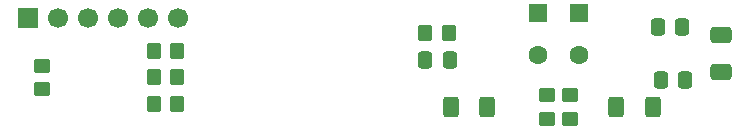
<source format=gbr>
%TF.GenerationSoftware,KiCad,Pcbnew,9.0.3*%
%TF.CreationDate,2026-02-01T21:50:05+01:00*%
%TF.ProjectId,arduinoController,61726475-696e-46f4-936f-6e74726f6c6c,rev?*%
%TF.SameCoordinates,Original*%
%TF.FileFunction,Soldermask,Bot*%
%TF.FilePolarity,Negative*%
%FSLAX46Y46*%
G04 Gerber Fmt 4.6, Leading zero omitted, Abs format (unit mm)*
G04 Created by KiCad (PCBNEW 9.0.3) date 2026-02-01 21:50:05*
%MOMM*%
%LPD*%
G01*
G04 APERTURE LIST*
G04 Aperture macros list*
%AMRoundRect*
0 Rectangle with rounded corners*
0 $1 Rounding radius*
0 $2 $3 $4 $5 $6 $7 $8 $9 X,Y pos of 4 corners*
0 Add a 4 corners polygon primitive as box body*
4,1,4,$2,$3,$4,$5,$6,$7,$8,$9,$2,$3,0*
0 Add four circle primitives for the rounded corners*
1,1,$1+$1,$2,$3*
1,1,$1+$1,$4,$5*
1,1,$1+$1,$6,$7*
1,1,$1+$1,$8,$9*
0 Add four rect primitives between the rounded corners*
20,1,$1+$1,$2,$3,$4,$5,0*
20,1,$1+$1,$4,$5,$6,$7,0*
20,1,$1+$1,$6,$7,$8,$9,0*
20,1,$1+$1,$8,$9,$2,$3,0*%
G04 Aperture macros list end*
%ADD10RoundRect,0.250000X-0.550000X0.550000X-0.550000X-0.550000X0.550000X-0.550000X0.550000X0.550000X0*%
%ADD11C,1.600000*%
%ADD12R,1.700000X1.700000*%
%ADD13C,1.700000*%
%ADD14RoundRect,0.250000X-0.350000X-0.450000X0.350000X-0.450000X0.350000X0.450000X-0.350000X0.450000X0*%
%ADD15RoundRect,0.250000X-0.450000X0.350000X-0.450000X-0.350000X0.450000X-0.350000X0.450000X0.350000X0*%
%ADD16RoundRect,0.250000X-0.337500X-0.475000X0.337500X-0.475000X0.337500X0.475000X-0.337500X0.475000X0*%
%ADD17RoundRect,0.250000X0.450000X-0.350000X0.450000X0.350000X-0.450000X0.350000X-0.450000X-0.350000X0*%
%ADD18RoundRect,0.250000X-0.400000X-0.625000X0.400000X-0.625000X0.400000X0.625000X-0.400000X0.625000X0*%
%ADD19RoundRect,0.250000X-0.650000X0.412500X-0.650000X-0.412500X0.650000X-0.412500X0.650000X0.412500X0*%
G04 APERTURE END LIST*
D10*
%TO.C,J5*%
X190750000Y-81250000D03*
D11*
X190750000Y-84850000D03*
%TD*%
D12*
%TO.C,J7*%
X144090000Y-81750000D03*
D13*
X146630000Y-81750000D03*
X149170000Y-81750000D03*
X151710000Y-81750000D03*
X154250000Y-81750000D03*
X156790000Y-81750000D03*
%TD*%
D10*
%TO.C,J6*%
X187250000Y-81250000D03*
D11*
X187250000Y-84850000D03*
%TD*%
D14*
%TO.C,R1*%
X154750000Y-84500000D03*
X156750000Y-84500000D03*
%TD*%
%TO.C,R9*%
X154750000Y-89000000D03*
X156750000Y-89000000D03*
%TD*%
D15*
%TO.C,R3*%
X145250000Y-85750000D03*
X145250000Y-87750000D03*
%TD*%
D16*
%TO.C,C4*%
X177750000Y-85250000D03*
X179825000Y-85250000D03*
%TD*%
D17*
%TO.C,R4*%
X188000000Y-90250000D03*
X188000000Y-88250000D03*
%TD*%
D15*
%TO.C,R6*%
X190000000Y-88250000D03*
X190000000Y-90250000D03*
%TD*%
D18*
%TO.C,R10*%
X193900000Y-89250000D03*
X197000000Y-89250000D03*
%TD*%
D16*
%TO.C,C2*%
X197425000Y-82500000D03*
X199500000Y-82500000D03*
%TD*%
D14*
%TO.C,R8*%
X177750000Y-83000000D03*
X179750000Y-83000000D03*
%TD*%
D19*
%TO.C,C1*%
X202750000Y-83125000D03*
X202750000Y-86250000D03*
%TD*%
D18*
%TO.C,R11*%
X179900000Y-89250000D03*
X183000000Y-89250000D03*
%TD*%
D14*
%TO.C,R2*%
X154750000Y-86750000D03*
X156750000Y-86750000D03*
%TD*%
D16*
%TO.C,C3*%
X197675000Y-87000000D03*
X199750000Y-87000000D03*
%TD*%
M02*

</source>
